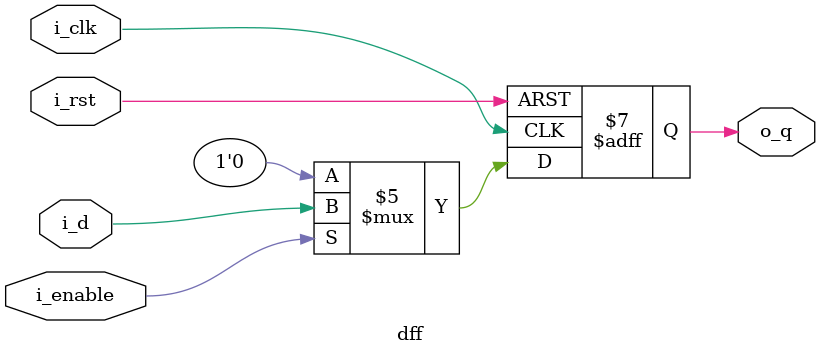
<source format=v>
`timescale 1ns / 1ps
module dff(
    input i_clk,
    input i_rst,
    input i_d,
    output reg o_q,
    input i_enable
    );
	always @(posedge i_clk or posedge i_rst) begin
        if (i_rst == 1) o_q <= 1'b0;
        else if (i_enable == 0) o_q <= 1'b0;
        else o_q <= i_d;
    end

endmodule

</source>
